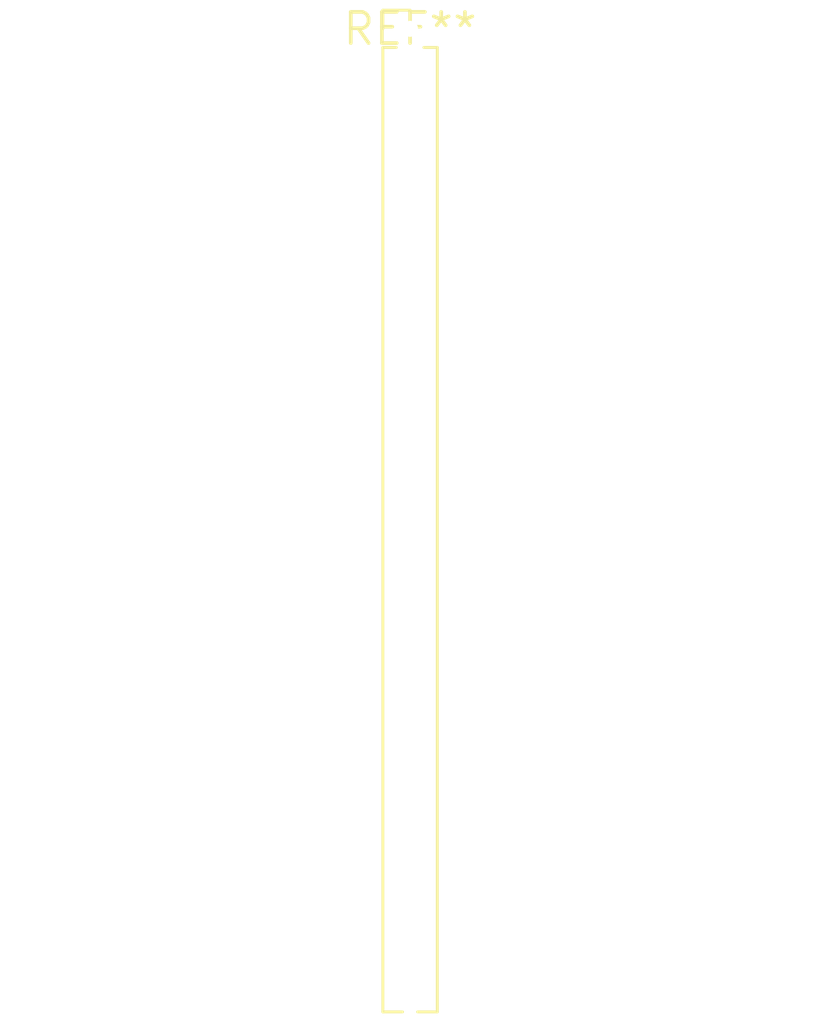
<source format=kicad_pcb>
(kicad_pcb (version 20240108) (generator pcbnew)
  (layers (0 "F.Cu" signal) (31 "B.Cu" signal) (34 "B.Paste" user) (35 "F.Paste" user) (36 "B.SilkS" user "B.Silkscreen") (37 "F.SilkS" user "F.Silkscreen") (38 "B.Mask" user) (39 "F.Mask" user) (44 "Edge.Cuts" user))
  (net 0 "")
  (footprint "PinHeader_1x32_P1.27mm_Vertical" (layer "F.Cu") (at 0 0)
    (property "Reference" "REF**")
    (property "Value" "PinHeader_1x32_P1.27mm_Vertical")
    (fp_line (start -1.11 -0.76) (end 0 -0.76) (layer "F.SilkS") (stroke (width 0.12)))
    (fp_line (start -1.11 0) (end -1.11 -0.76) (layer "F.SilkS") (stroke (width 0.12)))
    (fp_line (start -1.11 0.76) (end -1.11 40.065) (layer "F.SilkS") (stroke (width 0.12)))
    (fp_line (start -1.11 0.76) (end -0.563471 0.76) (layer "F.SilkS") (stroke (width 0.12)))
    (fp_line (start -1.11 40.065) (end -0.30753 40.065) (layer "F.SilkS") (stroke (width 0.12)))
    (fp_line (start 0.30753 40.065) (end 1.11 40.065) (layer "F.SilkS") (stroke (width 0.12)))
    (fp_line (start 0.563471 0.76) (end 1.11 0.76) (layer "F.SilkS") (stroke (width 0.12)))
    (fp_line (start 1.11 0.76) (end 1.11 40.065) (layer "F.SilkS") (stroke (width 0.12)))
    (pad "1" thru_hole rect (at 0 0) (size 1 1) (drill 0.65) (layers *.Cu *.Mask) (remove_unused_layers))
    (pad "2" thru_hole oval (at 0 1.27) (size 1 1) (drill 0.65) (layers *.Cu *.Mask) (remove_unused_layers))
    (pad "3" thru_hole oval (at 0 2.54) (size 1 1) (drill 0.65) (layers *.Cu *.Mask) (remove_unused_layers))
    (pad "4" thru_hole oval (at 0 3.81) (size 1 1) (drill 0.65) (layers *.Cu *.Mask) (remove_unused_layers))
    (pad "5" thru_hole oval (at 0 5.08) (size 1 1) (drill 0.65) (layers *.Cu *.Mask) (remove_unused_layers))
    (pad "6" thru_hole oval (at 0 6.35) (size 1 1) (drill 0.65) (layers *.Cu *.Mask) (remove_unused_layers))
    (pad "7" thru_hole oval (at 0 7.62) (size 1 1) (drill 0.65) (layers *.Cu *.Mask) (remove_unused_layers))
    (pad "8" thru_hole oval (at 0 8.89) (size 1 1) (drill 0.65) (layers *.Cu *.Mask) (remove_unused_layers))
    (pad "9" thru_hole oval (at 0 10.16) (size 1 1) (drill 0.65) (layers *.Cu *.Mask) (remove_unused_layers))
    (pad "10" thru_hole oval (at 0 11.43) (size 1 1) (drill 0.65) (layers *.Cu *.Mask) (remove_unused_layers))
    (pad "11" thru_hole oval (at 0 12.7) (size 1 1) (drill 0.65) (layers *.Cu *.Mask) (remove_unused_layers))
    (pad "12" thru_hole oval (at 0 13.97) (size 1 1) (drill 0.65) (layers *.Cu *.Mask) (remove_unused_layers))
    (pad "13" thru_hole oval (at 0 15.24) (size 1 1) (drill 0.65) (layers *.Cu *.Mask) (remove_unused_layers))
    (pad "14" thru_hole oval (at 0 16.51) (size 1 1) (drill 0.65) (layers *.Cu *.Mask) (remove_unused_layers))
    (pad "15" thru_hole oval (at 0 17.78) (size 1 1) (drill 0.65) (layers *.Cu *.Mask) (remove_unused_layers))
    (pad "16" thru_hole oval (at 0 19.05) (size 1 1) (drill 0.65) (layers *.Cu *.Mask) (remove_unused_layers))
    (pad "17" thru_hole oval (at 0 20.32) (size 1 1) (drill 0.65) (layers *.Cu *.Mask) (remove_unused_layers))
    (pad "18" thru_hole oval (at 0 21.59) (size 1 1) (drill 0.65) (layers *.Cu *.Mask) (remove_unused_layers))
    (pad "19" thru_hole oval (at 0 22.86) (size 1 1) (drill 0.65) (layers *.Cu *.Mask) (remove_unused_layers))
    (pad "20" thru_hole oval (at 0 24.13) (size 1 1) (drill 0.65) (layers *.Cu *.Mask) (remove_unused_layers))
    (pad "21" thru_hole oval (at 0 25.4) (size 1 1) (drill 0.65) (layers *.Cu *.Mask) (remove_unused_layers))
    (pad "22" thru_hole oval (at 0 26.67) (size 1 1) (drill 0.65) (layers *.Cu *.Mask) (remove_unused_layers))
    (pad "23" thru_hole oval (at 0 27.94) (size 1 1) (drill 0.65) (layers *.Cu *.Mask) (remove_unused_layers))
    (pad "24" thru_hole oval (at 0 29.21) (size 1 1) (drill 0.65) (layers *.Cu *.Mask) (remove_unused_layers))
    (pad "25" thru_hole oval (at 0 30.48) (size 1 1) (drill 0.65) (layers *.Cu *.Mask) (remove_unused_layers))
    (pad "26" thru_hole oval (at 0 31.75) (size 1 1) (drill 0.65) (layers *.Cu *.Mask) (remove_unused_layers))
    (pad "27" thru_hole oval (at 0 33.02) (size 1 1) (drill 0.65) (layers *.Cu *.Mask) (remove_unused_layers))
    (pad "28" thru_hole oval (at 0 34.29) (size 1 1) (drill 0.65) (layers *.Cu *.Mask) (remove_unused_layers))
    (pad "29" thru_hole oval (at 0 35.56) (size 1 1) (drill 0.65) (layers *.Cu *.Mask) (remove_unused_layers))
    (pad "30" thru_hole oval (at 0 36.83) (size 1 1) (drill 0.65) (layers *.Cu *.Mask) (remove_unused_layers))
    (pad "31" thru_hole oval (at 0 38.1) (size 1 1) (drill 0.65) (layers *.Cu *.Mask) (remove_unused_layers))
    (pad "32" thru_hole oval (at 0 39.37) (size 1 1) (drill 0.65) (layers *.Cu *.Mask) (remove_unused_layers))
  )
)
</source>
